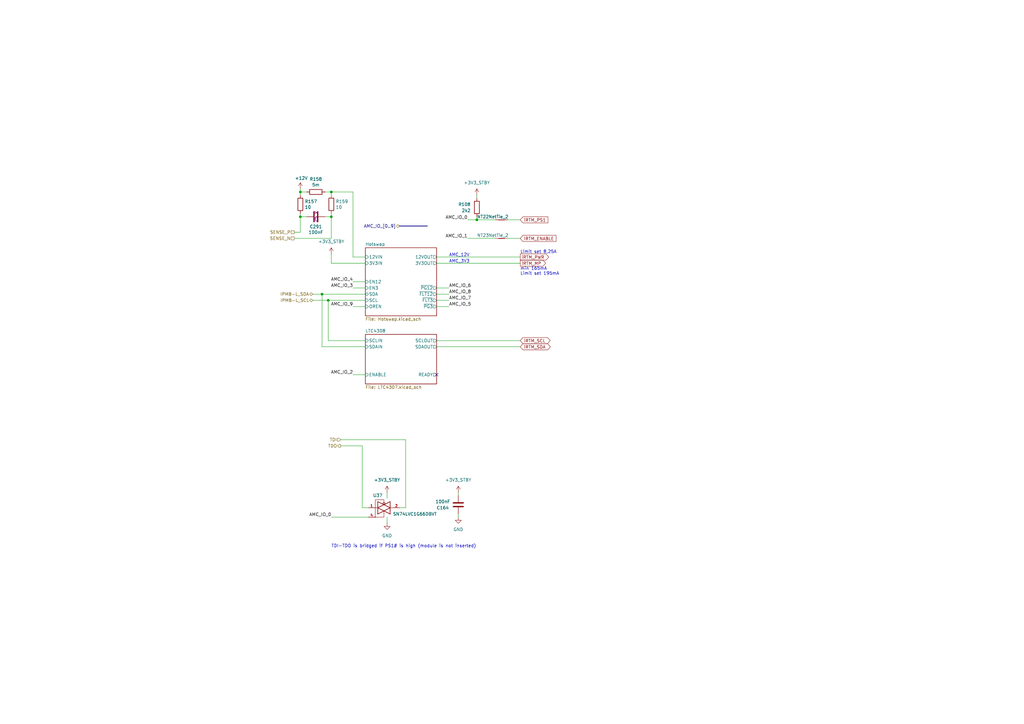
<source format=kicad_sch>
(kicad_sch (version 20211123) (generator eeschema)
  (paper "A3")
  (title_block (title "ATCA Template") (date "2023-01-05") (rev "1.0") (company "Karlsruhe Institute of Technology (KIT)") (comment 1 "Carsten Schmerbeck") (comment 2 "Luis Ardila") (comment 4 "Licensed under CERN-OHL-P v2"))
  (lib_symbols
    (symbol "74xGxx:74LVC1G66"
      (property "Reference" "U" (at -2.54 5.08 0))
      (property "Value" "74LVC1G66" (at 0 -5.08 0))
      (symbol "74LVC1G66_0_1"
        (circle (center -3.556 -3.81) (radius 0.127))
        (polyline (pts (xy -3.81 0) (xy -2.54 0)))
        (polyline (pts (xy -2.54 2.54) (xy -2.54 -2.54)) (stroke (width 0.254)))
        (polyline (pts (xy 2.54 0) (xy 3.81 0)))
        (polyline (pts (xy 2.54 2.54) (xy 2.54 -2.54)) (stroke (width 0.254)))
        (polyline (pts (xy -3.81 -3.81) (xy 0 -3.81) (xy 0 -1.27)))
        (polyline (pts (xy -2.54 -2.54) (xy 2.54 0) (xy -2.54 2.54)) (stroke (width 0.254)))
        (polyline (pts (xy 2.54 2.54) (xy -2.54 0) (xy 2.54 -2.54)) (stroke (width 0.254)))
        (polyline (pts (xy 0 2.159) (xy 0 3.302) (xy -3.556 3.302) (xy -3.556 -3.81)))
        (circle (center 0 1.778) (radius 0.381) (stroke (width 0.254)))
      )
      (symbol "74LVC1G66_1_1"
        (pin bidirectional line (at -6.35 0 0) (length 2.54) (name "~") (number "1"))
        (pin bidirectional line (at 6.35 0 180) (length 2.54) (name "~") (number "2"))
        (pin power_in line (at 1.27 -3.81 270) (length 0) hide (name "GND") (number "3"))
        (pin input line (at -6.35 -3.81 0) (length 2.54) (name "~") (number "4"))
        (pin power_in line (at 1.27 3.81 90) (length 0) hide (name "VCC") (number "5"))
      )
    )
    (symbol "Device:C" (pin_numbers hide) (pin_names (offset 0.254))
      (property "Reference" "C" (at 0.635 2.54 0))
      (property "Value" "C" (at 0.635 -2.54 0))
      (symbol "C_0_1"
        (polyline (pts (xy -2.032 -0.762) (xy 2.032 -0.762)) (stroke (width 0.508)))
        (polyline (pts (xy -2.032 0.762) (xy 2.032 0.762)) (stroke (width 0.508)))
      )
      (symbol "C_1_1"
        (pin passive line (at 0 3.81 270) (length 2.794) (name "~") (number "1"))
        (pin passive line (at 0 -3.81 90) (length 2.794) (name "~") (number "2"))
      )
    )
    (symbol "Device:NetTie_2" (pin_numbers hide) (pin_names (offset 0) hide)
      (property "Reference" "NT" (at 0 1.27 0))
      (property "Value" "NetTie_2" (at 0 -1.27 0))
      (symbol "NetTie_2_0_1"
        (polyline (pts (xy -1.27 0) (xy 1.27 0)) (stroke (width 0.254)))
      )
      (symbol "NetTie_2_1_1"
        (pin passive line (at -2.54 0 0) (length 2.54) (name "1") (number "1"))
        (pin passive line (at 2.54 0 180) (length 2.54) (name "2") (number "2"))
      )
    )
    (symbol "Device:R" (pin_numbers hide) (pin_names (offset 0))
      (property "Reference" "R" (at 2.032 0 90))
      (property "Value" "R" (at 0 0 90))
      (symbol "R_0_1"
        (rectangle (start -1.016 -2.54) (end 1.016 2.54) (stroke (width 0.254)))
      )
      (symbol "R_1_1"
        (pin passive line (at 0 3.81 270) (length 1.27) (name "~") (number "1"))
        (pin passive line (at 0 -3.81 90) (length 1.27) (name "~") (number "2"))
      )
    )
    (symbol "KIT_Power:+3V3_STBY" (power) (pin_names (offset 0))
      (property "Value" "+3V3_STBY" (at 0 3.556 0))
      (symbol "+3V3_STBY_0_1"
        (polyline (pts (xy -0.762 1.27) (xy 0 2.54)))
        (polyline (pts (xy 0 0) (xy 0 2.54)))
        (polyline (pts (xy 0 2.54) (xy 0.762 1.27)))
      )
      (symbol "+3V3_STBY_1_1"
        (pin power_in line (at 0 0 90) (length 0) hide (name "+3V3_STBY") (number "1"))
      )
    )
    (symbol "power:+12V" (power) (pin_names (offset 0))
      (property "Value" "+12V" (at 0 3.556 0))
      (symbol "+12V_0_1"
        (polyline (pts (xy -0.762 1.27) (xy 0 2.54)))
        (polyline (pts (xy 0 0) (xy 0 2.54)))
        (polyline (pts (xy 0 2.54) (xy 0.762 1.27)))
      )
      (symbol "+12V_1_1"
        (pin power_in line (at 0 0 90) (length 0) hide (name "+12V") (number "1"))
      )
    )
    (symbol "power:GND" (power) (pin_names (offset 0))
      (property "Value" "GND" (at 0 -3.81 0))
      (symbol "GND_0_1"
        (polyline (pts (xy 0 0) (xy 0 -1.27) (xy 1.27 -1.27) (xy 0 -2.54) (xy -1.27 -1.27) (xy 0 -1.27)))
      )
      (symbol "GND_1_1"
        (pin power_in line (at 0 0 270) (length 0) hide (name "GND") (number "1"))
      )
    )
  )
  (junction (at 132.08 120.65))
  (junction (at 195.58 90.17))
  (junction (at 123.19 88.9))
  (junction (at 135.89 88.9))
  (junction (at 135.89 78.74))
  (junction (at 134.62 123.19))
  (junction (at 123.19 78.74))
  (no_connect (at 179.07 153.67))
  (wire (pts (xy 123.19 95.25) (xy 120.65 95.25)))
  (wire (pts (xy 144.78 125.73) (xy 149.86 125.73)))
  (wire (pts (xy 187.96 201.93) (xy 187.96 203.2)))
  (wire (pts (xy 179.07 125.73) (xy 184.15 125.73)))
  (wire (pts (xy 135.89 88.9) (xy 135.89 87.63)))
  (wire (pts (xy 139.7 182.88) (xy 148.59 182.88)))
  (wire (pts (xy 179.07 105.41) (xy 213.36 105.41)))
  (wire (pts (xy 135.89 104.14) (xy 135.89 107.95)))
  (wire (pts (xy 139.7 180.34) (xy 166.37 180.34)))
  (wire (pts (xy 123.19 87.63) (xy 123.19 88.9)))
  (wire (pts (xy 144.78 115.57) (xy 149.86 115.57)))
  (wire (pts (xy 123.19 78.74) (xy 125.73 78.74)))
  (wire (pts (xy 191.77 90.17) (xy 195.58 90.17)))
  (wire (pts (xy 166.37 208.28) (xy 163.83 208.28)))
  (wire (pts (xy 195.58 88.9) (xy 195.58 90.17)))
  (wire (pts (xy 134.62 139.7) (xy 149.86 139.7)))
  (wire (pts (xy 208.28 90.17) (xy 213.36 90.17)))
  (wire (pts (xy 144.78 153.67) (xy 149.86 153.67)))
  (wire (pts (xy 195.58 90.17) (xy 203.2 90.17)))
  (wire (pts (xy 191.77 97.79) (xy 203.2 97.79)))
  (wire (pts (xy 208.28 97.79) (xy 213.36 97.79)))
  (wire (pts (xy 123.19 77.47) (xy 123.19 78.74)))
  (wire (pts (xy 135.89 97.79) (xy 120.65 97.79)))
  (wire (pts (xy 195.58 80.01) (xy 195.58 81.28)))
  (wire (pts (xy 123.19 88.9) (xy 125.73 88.9)))
  (wire (pts (xy 148.59 182.88) (xy 148.59 208.28)))
  (wire (pts (xy 123.19 78.74) (xy 123.19 80.01)))
  (wire (pts (xy 166.37 180.34) (xy 166.37 208.28)))
  (wire (pts (xy 144.78 105.41) (xy 149.86 105.41)))
  (wire (pts (xy 179.07 107.95) (xy 213.36 107.95)))
  (wire (pts (xy 179.07 120.65) (xy 184.15 120.65)))
  (wire (pts (xy 148.59 208.28) (xy 151.13 208.28)))
  (wire (pts (xy 144.78 78.74) (xy 135.89 78.74)))
  (wire (pts (xy 158.75 212.09) (xy 158.75 214.63)))
  (wire (pts (xy 135.89 107.95) (xy 149.86 107.95)))
  (wire (pts (xy 149.86 123.19) (xy 134.62 123.19)))
  (bus (pts (xy 163.83 92.71) (xy 175.26 92.71)))
  (wire (pts (xy 158.75 201.93) (xy 158.75 204.47)))
  (wire (pts (xy 144.78 118.11) (xy 149.86 118.11)))
  (wire (pts (xy 179.07 139.7) (xy 213.36 139.7)))
  (wire (pts (xy 133.35 78.74) (xy 135.89 78.74)))
  (wire (pts (xy 179.07 118.11) (xy 184.15 118.11)))
  (wire (pts (xy 128.27 123.19) (xy 134.62 123.19)))
  (wire (pts (xy 134.62 123.19) (xy 134.62 139.7)))
  (wire (pts (xy 179.07 142.24) (xy 213.36 142.24)))
  (wire (pts (xy 135.89 212.09) (xy 151.13 212.09)))
  (wire (pts (xy 135.89 80.01) (xy 135.89 78.74)))
  (wire (pts (xy 132.08 142.24) (xy 149.86 142.24)))
  (wire (pts (xy 144.78 78.74) (xy 144.78 105.41)))
  (wire (pts (xy 187.96 210.82) (xy 187.96 212.09)))
  (wire (pts (xy 123.19 88.9) (xy 123.19 95.25)))
  (wire (pts (xy 128.27 120.65) (xy 132.08 120.65)))
  (wire (pts (xy 132.08 120.65) (xy 132.08 142.24)))
  (wire (pts (xy 133.35 88.9) (xy 135.89 88.9)))
  (wire (pts (xy 135.89 88.9) (xy 135.89 97.79)))
  (wire (pts (xy 179.07 123.19) (xy 184.15 123.19)))
  (wire (pts (xy 149.86 120.65) (xy 132.08 120.65)))
  (text "AMC_12V" (at 184.15 105.41 0) (effects (font (size 1.27 1.27)) (justify left bottom)))
  (text "TDI-TDO is bridged if PS1# is high (module is not inserted)" (at 135.89 224.79 0) (effects (font (size 1.27 1.27)) (justify left bottom)))
  (text "AMC_3V3" (at 184.15 107.95 0) (effects (font (size 1.27 1.27)) (justify left bottom)))
  (text "Limit set 8,25A" (at 213.36 104.14 0) (effects (font (size 1.27 1.27)) (justify left bottom)))
  (text "min 165mA\nLimit set 195mA" (at 213.36 113.03 0) (effects (font (size 1.27 1.27)) (justify left bottom)))
  (label "AMC_IO_2" (at 144.78 153.67 180))
  (label "AMC_IO_3" (at 144.78 118.11 180))
  (label "AMC_IO_9" (at 144.78 125.73 180))
  (label "AMC_IO_7" (at 184.15 123.19 0))
  (label "AMC_IO_8" (at 184.15 120.65 0))
  (label "AMC_IO_6" (at 184.15 118.11 0))
  (label "AMC_IO_5" (at 184.15 125.73 0))
  (label "AMC_IO_0" (at 191.77 90.17 180))
  (label "AMC_IO_4" (at 144.78 115.57 180))
  (label "AMC_IO_0" (at 135.89 212.09 180))
  (label "AMC_IO_1" (at 191.77 97.79 180))
  (global_label "iRTM_SCL" (shape bidirectional) (at 213.36 139.7 0) (property "Intersheet References" "${INTERSHEET_REFS}" (effects hide)))
  (global_label "iRTM_PWR" (shape output) (at 213.36 105.41 0) (property "Intersheet References" "${INTERSHEET_REFS}" (effects hide)))
  (global_label "iRTM_ENABLE" (shape input) (at 213.36 97.79 0) (property "Intersheet References" "${INTERSHEET_REFS}" (effects hide)))
  (global_label "iRTM_SDA" (shape bidirectional) (at 213.36 142.24 0) (property "Intersheet References" "${INTERSHEET_REFS}" (effects hide)))
  (global_label "iRTM_MP" (shape output) (at 213.36 107.95 0) (property "Intersheet References" "${INTERSHEET_REFS}" (effects hide)))
  (global_label "iRTM_PS1" (shape input) (at 213.36 90.17 0) (property "Intersheet References" "${INTERSHEET_REFS}" (effects hide)))
  (hierarchical_label "IPMB-L_SCL" (shape bidirectional) (at 128.27 123.19 180))
  (hierarchical_label "IPMB-L_SDA" (shape bidirectional) (at 128.27 120.65 180))
  (hierarchical_label "AMC_IO_[0..9]" (shape bidirectional) (at 163.83 92.71 180))
  (hierarchical_label "TDO" (shape output) (at 139.7 182.88 180))
  (hierarchical_label "SENSE_N" (shape passive) (at 120.65 97.79 180))
  (hierarchical_label "SENSE_P" (shape passive) (at 120.65 95.25 180))
  (hierarchical_label "TDI" (shape input) (at 139.7 180.34 180))
  (symbol (lib_id "Device:R") (at 135.89 83.82 0) (unit 1)
    (property "Reference" "R159" (at 137.668 82.6516 0) (effects (justify left)))
    (property "Value" "10" (at 137.668 84.963 0) (effects (justify left)))
    (property "Footprint" "Resistor_SMD:R_0402_1005Metric" (effects hide))
    (property "digikey#" "A129603CT-ND" (effects hide))
    (property "manf" "TE" (effects hide))
    (property "manf#" "CRGCQ0402F10R" (effects hide))
    (property "stock" "AVT-IPE" (effects hide))
  )
  (symbol (lib_id "KIT_Power:+3V3_STBY") (at 187.96 201.93 0) (unit 1)
    (property "Reference" "#PWR0365" (effects hide))
    (property "Value" "+3V3_STBY" (at 187.96 196.85 0))
  )
  (symbol (lib_id "Device:C") (at 187.96 207.01 0) (mirror y) (unit 1)
    (property "Reference" "C164" (at 181.61 208.28 0))
    (property "Value" "100nF" (at 181.61 205.74 0))
    (property "Footprint" "Capacitor_SMD:C_0402_1005Metric" (effects hide))
    (property "stock" "AVT-IPE" (effects hide))
    (property "voltage" "16 V" (effects hide))
  )
  (symbol (lib_id "Device:C") (at 129.54 88.9 270) (unit 1)
    (property "Reference" "C291" (at 129.54 92.964 90))
    (property "Value" "100nF" (at 129.54 95.2754 90))
    (property "Footprint" "Capacitor_SMD:C_0402_1005Metric" (effects hide))
    (property "stock" "AVT-IPE" (effects hide))
    (property "voltage" "25 V" (at 129.54 88.9 0))
  )
  (symbol (lib_id "power:GND") (at 158.75 214.63 0) (unit 1)
    (property "Reference" "#PWR0332" (effects hide))
    (property "Value" "GND" (at 158.75 219.71 0))
  )
  (symbol (lib_id "Device:NetTie_2") (at 205.74 90.17 0) (unit 1)
    (property "Reference" "NT22" (at 198.12 88.9 0))
    (property "Value" "NetTie_2" (at 204.47 88.9 0))
    (property "Footprint" "KIT_NetTie:NetTie-2_SMD_Pad0.25mm" (effects hide))
    (property "stock" "PCB" (effects hide))
  )
  (symbol (lib_id "power:GND") (at 187.96 212.09 0) (unit 1)
    (property "Reference" "#PWR0364" (effects hide))
    (property "Value" "GND" (at 187.96 217.17 0))
  )
  (symbol (lib_id "Device:R") (at 129.54 78.74 270) (unit 1)
    (property "Reference" "R158" (at 129.54 73.4822 90))
    (property "Value" "5m" (at 129.54 75.7936 90))
    (property "Footprint" "Resistor_SMD:R_1206_3216Metric" (effects hide))
    (property "digikey#" "WSLC-.005CT-ND" (effects hide))
    (property "manf" "Vishay Dale" (effects hide))
    (property "manf#" "WSL12065L000FEA" (effects hide))
  )
  (symbol (lib_id "KIT_Power:+3V3_STBY") (at 195.58 80.01 0) (unit 1)
    (property "Reference" "#PWR0339" (effects hide))
    (property "Value" "+3V3_STBY" (at 195.58 74.93 0))
  )
  (symbol (lib_id "74xGxx:74LVC1G66") (at 157.48 208.28 0) (unit 1)
    (property "Reference" "U37" (at 154.94 203.2 0))
    (property "Value" "SN74LVC1G66DBVT" (at 170.18 210.82 0))
    (property "Footprint" "Package_TO_SOT_SMD:SOT-23-5" (effects hide))
    (property "Datasheet" "http://www.ti.com/lit/ds/symlink/sn74lvc1g66.pdf" (effects hide))
    (property "digikey#" "296-26605-1-ND" (effects hide))
    (property "manf" "Texas Instruments" (effects hide))
    (property "manf#" "SN74LVC1G66DBVT" (effects hide))
  )
  (symbol (lib_id "power:+12V") (at 123.19 77.47 0) (unit 1)
    (property "Reference" "#PWR0461" (effects hide))
    (property "Value" "+12V" (at 123.571 73.0758 0))
  )
  (symbol (lib_id "KIT_Power:+3V3_STBY") (at 158.75 201.93 0) (unit 1)
    (property "Reference" "#PWR0333" (effects hide))
    (property "Value" "+3V3_STBY" (at 158.75 196.85 0))
  )
  (symbol (lib_id "Device:R") (at 123.19 83.82 0) (unit 1)
    (property "Reference" "R157" (at 124.968 82.6516 0) (effects (justify left)))
    (property "Value" "10" (at 124.968 84.963 0) (effects (justify left)))
    (property "Footprint" "Resistor_SMD:R_0402_1005Metric" (effects hide))
    (property "digikey#" "A129603CT-ND" (effects hide))
    (property "manf" "TE" (effects hide))
    (property "manf#" "CRGCQ0402F10R" (effects hide))
    (property "stock" "AVT-IPE" (effects hide))
  )
  (symbol (lib_id "Device:R") (at 195.58 85.09 0) (unit 1)
    (property "Reference" "R108" (at 193.04 83.8199 0) (effects (justify right)))
    (property "Value" "2k2" (at 193.04 86.3599 0) (effects (justify right)))
    (property "Footprint" "Resistor_SMD:R_0402_1005Metric" (effects hide))
    (property "digikey#" "A129631CT-ND" (effects hide))
    (property "manf" "TE" (effects hide))
    (property "manf#" "CRGCQ0402F2K2" (effects hide))
    (property "stock" "AVT-IPE" (effects hide))
  )
  (symbol (lib_id "Device:NetTie_2") (at 205.74 97.79 0) (unit 1)
    (property "Reference" "NT23" (at 198.12 96.52 0))
    (property "Value" "NetTie_2" (at 204.47 96.52 0))
    (property "Footprint" "KIT_NetTie:NetTie-2_SMD_Pad0.25mm" (effects hide))
    (property "stock" "PCB" (effects hide))
  )
  (symbol (lib_id "KIT_Power:+3V3_STBY") (at 135.89 104.14 0) (unit 1)
    (property "Reference" "#PWR0775" (effects hide))
    (property "Value" "+3V3_STBY" (at 135.89 99.06 0))
  )
  (sheet (at 149.86 101.6) (size 29.21 27.94) (stroke (width 0.1524))
    (property "Sheet name" "Hotswap" (at 149.86 100.8884 0) (effects (justify left bottom)))
    (property "Sheet file" "Hotswap.kicad_sch" (at 149.86 130.1246 0) (effects (justify left top)))
    (pin "SDA" bidirectional (at 149.86 120.65 180))
    (pin "SCL" input (at 149.86 123.19 180))
    (pin "OREN" input (at 149.86 125.73 180))
    (pin "12VIN" input (at 149.86 105.41 180))
    (pin "3V3IN" input (at 149.86 107.95 180))
    (pin "EN12" input (at 149.86 115.57 180))
    (pin "EN3" input (at 149.86 118.11 180))
    (pin "12VOUT" output (at 179.07 105.41 0))
    (pin "3V3OUT" output (at 179.07 107.95 0))
    (pin "~{PG12}" output (at 179.07 118.11 0))
    (pin "~{FLT12}" output (at 179.07 120.65 0))
    (pin "~{FLT3}" output (at 179.07 123.19 0))
    (pin "~{PG3}" output (at 179.07 125.73 0))
  )
  (sheet (at 149.86 137.16) (size 29.21 20.32) (stroke (width 0.1524))
    (property "Sheet name" "LTC4308" (at 149.86 136.4484 0) (effects (justify left bottom)))
    (property "Sheet file" "LTC4307.kicad_sch" (at 149.86 158.0646 0) (effects (justify left top)))
    (pin "READY" output (at 179.07 153.67 0))
    (pin "SCLOUT" output (at 179.07 139.7 0))
    (pin "SDAOUT" output (at 179.07 142.24 0))
    (pin "SCLIN" input (at 149.86 139.7 180))
    (pin "SDAIN" input (at 149.86 142.24 180))
    (pin "ENABLE" input (at 149.86 153.67 180))
  )
)
</source>
